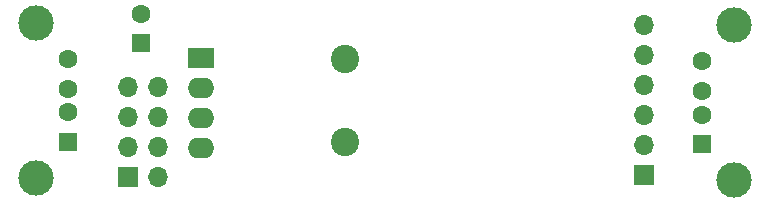
<source format=gbr>
%TF.GenerationSoftware,KiCad,Pcbnew,(5.1.12)-1*%
%TF.CreationDate,2022-10-21T23:10:11+02:00*%
%TF.ProjectId,smart-temp-allinone,736d6172-742d-4746-956d-702d616c6c69,rev?*%
%TF.SameCoordinates,Original*%
%TF.FileFunction,Soldermask,Top*%
%TF.FilePolarity,Negative*%
%FSLAX46Y46*%
G04 Gerber Fmt 4.6, Leading zero omitted, Abs format (unit mm)*
G04 Created by KiCad (PCBNEW (5.1.12)-1) date 2022-10-21 23:10:11*
%MOMM*%
%LPD*%
G01*
G04 APERTURE LIST*
%ADD10O,1.700000X1.700000*%
%ADD11R,1.700000X1.700000*%
%ADD12C,2.400000*%
%ADD13R,1.600000X1.600000*%
%ADD14C,1.600000*%
%ADD15O,2.250000X1.750000*%
%ADD16R,2.250000X1.750000*%
%ADD17C,3.000000*%
%ADD18R,1.500000X1.600000*%
G04 APERTURE END LIST*
D10*
%TO.C,J4*%
X128206000Y-80010000D03*
X128206000Y-82550000D03*
X128206000Y-85090000D03*
X128206000Y-87630000D03*
X128206000Y-90170000D03*
D11*
X128206000Y-92710000D03*
%TD*%
D12*
%TO.C,L1*%
X102870000Y-82894000D03*
X102870000Y-89894000D03*
%TD*%
D13*
%TO.C,C1*%
X85598000Y-81534000D03*
D14*
X85598000Y-79034000D03*
%TD*%
D15*
%TO.C,PS1*%
X90707700Y-90406500D03*
X90707700Y-87866500D03*
X90707700Y-85326500D03*
D16*
X90707700Y-82786500D03*
%TD*%
D11*
%TO.C,J2*%
X84518500Y-92900500D03*
D10*
X87058500Y-92900500D03*
X84518500Y-90360500D03*
X87058500Y-90360500D03*
X84518500Y-87820500D03*
X87058500Y-87820500D03*
X84518500Y-85280500D03*
X87058500Y-85280500D03*
%TD*%
D13*
%TO.C,J1*%
X79418000Y-89894000D03*
D14*
X79418000Y-87394000D03*
X79418000Y-85394000D03*
X79418000Y-82894000D03*
D17*
X76708000Y-92964000D03*
X76708000Y-79824000D03*
%TD*%
D14*
%TO.C,J3*%
X133096000Y-83080000D03*
X133096000Y-85580000D03*
X133096000Y-87580000D03*
D18*
X133096000Y-90080000D03*
D17*
X135806000Y-80010000D03*
X135806000Y-93150000D03*
%TD*%
M02*

</source>
